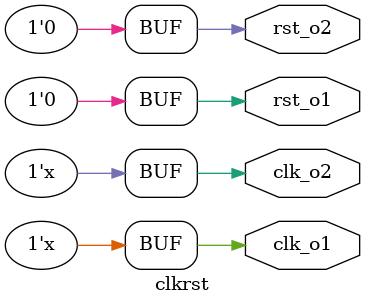
<source format=v>

`include "timescale.v"

module clkrst(clk_o1, clk_o2, rst_o1, rst_o2);

//
// I/O ports
//
output	clk_o1, clk_o2;	// Clock
output	rst_o1, rst_o2;	// Reset

//
// Internal regs
//
reg	clk_o1, clk_o2;	// Clock
reg	rst_o1, rst_o2;	// Reset

initial begin
	clk_o1 = 0;
	clk_o2 = 0;
	rst_o1 = 1;
        rst_o2 = 1;
	#20;
	rst_o1 = 0; //gpio reset
        #700;
        rst_o2 = 0; //wbmaster reset
end

//
// Clock
//
always #4 clk_o1 = ~clk_o1; //gpio clk
always #400 clk_o2 = ~clk_o2; //wbmaster clk
endmodule

</source>
